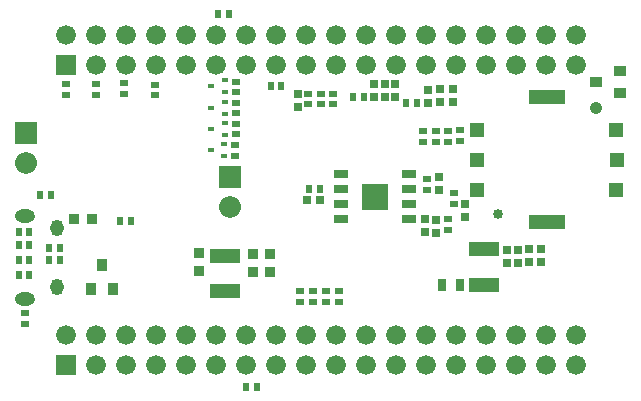
<source format=gbr>
G04 #@! TF.FileFunction,Soldermask,Bot*
%FSLAX46Y46*%
G04 Gerber Fmt 4.6, Leading zero omitted, Abs format (unit mm)*
G04 Created by KiCad (PCBNEW 4.0.6) date 10/14/17 16:46:59*
%MOMM*%
%LPD*%
G01*
G04 APERTURE LIST*
%ADD10C,0.100000*%
%ADD11R,0.652400X1.052400*%
%ADD12C,0.852400*%
%ADD13R,1.252400X1.152400*%
%ADD14R,3.152400X1.152400*%
%ADD15C,1.052400*%
%ADD16O,1.102400X1.402400*%
%ADD17O,1.702400X1.152400*%
%ADD18R,0.552400X0.752400*%
%ADD19R,0.592400X0.452400*%
%ADD20R,0.752400X0.552400*%
%ADD21R,0.652400X0.752400*%
%ADD22R,0.902400X0.952400*%
%ADD23C,1.676400*%
%ADD24R,1.676400X1.676400*%
%ADD25R,0.752400X0.652400*%
%ADD26R,2.652400X1.152400*%
%ADD27R,1.852400X1.852400*%
%ADD28O,1.852400X1.852400*%
%ADD29R,1.200000X1.200000*%
%ADD30R,1.300000X0.700000*%
%ADD31R,1.052400X0.952400*%
%ADD32R,0.952400X0.902400*%
%ADD33R,0.952400X1.052400*%
G04 APERTURE END LIST*
D10*
D11*
X158762000Y-112204500D03*
X160262000Y-112204500D03*
D12*
X163490000Y-106200000D03*
D13*
X173540000Y-104140000D03*
X173590000Y-101600000D03*
X173540000Y-99060000D03*
X161740000Y-99060000D03*
X161740000Y-101600000D03*
X161740000Y-104140000D03*
D14*
X167640000Y-106900000D03*
X167640000Y-96300000D03*
D15*
X171790000Y-97200000D03*
D16*
X126207500Y-107347500D03*
X126207500Y-112347500D03*
D17*
X123507500Y-106347500D03*
X123507500Y-113347500D03*
D18*
X126434000Y-110109000D03*
X125534000Y-110109000D03*
D19*
X140343500Y-101274500D03*
X140343500Y-100274500D03*
X139183500Y-100774500D03*
D20*
X141351000Y-98546500D03*
X141351000Y-99446500D03*
X148526500Y-96906500D03*
X148526500Y-96006500D03*
X149542500Y-96006500D03*
X149542500Y-96906500D03*
X147447000Y-96906500D03*
X147447000Y-96006500D03*
D21*
X146558000Y-95991500D03*
X146558000Y-97091500D03*
D18*
X144266500Y-95313500D03*
X145166500Y-95313500D03*
D22*
X138239500Y-110986000D03*
X138239500Y-109486000D03*
D23*
X170091100Y-116433600D03*
X170091100Y-118973600D03*
X167551100Y-116433600D03*
X167551100Y-118973600D03*
X165011100Y-116433600D03*
X165011100Y-118973600D03*
X162471100Y-116433600D03*
X162471100Y-118973600D03*
X159931100Y-116433600D03*
X159931100Y-118973600D03*
X157391100Y-116433600D03*
X157391100Y-118973600D03*
X154851100Y-116433600D03*
X154851100Y-118973600D03*
X152311100Y-116433600D03*
X152311100Y-118973600D03*
X149771100Y-116433600D03*
X149771100Y-118973600D03*
X147231100Y-116433600D03*
X147231100Y-118973600D03*
X144691100Y-116433600D03*
X144691100Y-118973600D03*
X142151100Y-116433600D03*
X142151100Y-118973600D03*
X139611100Y-116433600D03*
X139611100Y-118973600D03*
X137071100Y-116433600D03*
X137071100Y-118973600D03*
X134531100Y-116433600D03*
X134531100Y-118973600D03*
X131991100Y-116433600D03*
X131991100Y-118973600D03*
X129451100Y-116433600D03*
X129451100Y-118973600D03*
X126911100Y-116433600D03*
D24*
X126911100Y-118973600D03*
D23*
X170091100Y-91033600D03*
X170091100Y-93573600D03*
X167551100Y-91033600D03*
X167551100Y-93573600D03*
X165011100Y-91033600D03*
X165011100Y-93573600D03*
X162471100Y-91033600D03*
X162471100Y-93573600D03*
X159931100Y-91033600D03*
X159931100Y-93573600D03*
X157391100Y-91033600D03*
X157391100Y-93573600D03*
X154851100Y-91033600D03*
X154851100Y-93573600D03*
X152311100Y-91033600D03*
X152311100Y-93573600D03*
X149771100Y-91033600D03*
X149771100Y-93573600D03*
X147231100Y-91033600D03*
X147231100Y-93573600D03*
X144691100Y-91033600D03*
X144691100Y-93573600D03*
X142151100Y-91033600D03*
X142151100Y-93573600D03*
X139611100Y-91033600D03*
X139611100Y-93573600D03*
X137071100Y-91033600D03*
X137071100Y-93573600D03*
X134531100Y-91033600D03*
X134531100Y-93573600D03*
X131991100Y-91033600D03*
X131991100Y-93573600D03*
X129451100Y-91033600D03*
X129451100Y-93573600D03*
X126911100Y-91033600D03*
D24*
X126911100Y-93573600D03*
D21*
X153035000Y-96266000D03*
X153035000Y-95166000D03*
X153924000Y-96266000D03*
X153924000Y-95166000D03*
X154813000Y-96244500D03*
X154813000Y-95144500D03*
X158623000Y-96710500D03*
X158623000Y-95610500D03*
D22*
X144208500Y-109613000D03*
X144208500Y-111113000D03*
D21*
X157607000Y-96752500D03*
X157607000Y-95652500D03*
X159702500Y-96689000D03*
X159702500Y-95589000D03*
D22*
X142811500Y-109613000D03*
X142811500Y-111113000D03*
D21*
X158305500Y-107780000D03*
X158305500Y-106680000D03*
X157353000Y-107738000D03*
X157353000Y-106638000D03*
D25*
X147341500Y-105029000D03*
X148441500Y-105029000D03*
D21*
X158559500Y-103018500D03*
X158559500Y-104118500D03*
X160718500Y-106468000D03*
X160718500Y-105368000D03*
D26*
X162369500Y-112180500D03*
X162369500Y-109180500D03*
D21*
X167132000Y-110278000D03*
X167132000Y-109178000D03*
X164274500Y-110299500D03*
X164274500Y-109199500D03*
X165227000Y-110299500D03*
X165227000Y-109199500D03*
X166179500Y-110278000D03*
X166179500Y-109178000D03*
D18*
X123830500Y-107696000D03*
X122930500Y-107696000D03*
X123830500Y-110109000D03*
X122930500Y-110109000D03*
X123830500Y-108775500D03*
X122930500Y-108775500D03*
D20*
X159766000Y-105352000D03*
X159766000Y-104452000D03*
X157543500Y-104145500D03*
X157543500Y-103245500D03*
D18*
X148405000Y-104076500D03*
X147505000Y-104076500D03*
D20*
X159258000Y-106611000D03*
X159258000Y-107511000D03*
D27*
X123571000Y-99314000D03*
D28*
X123571000Y-101854000D03*
D18*
X131503000Y-106743500D03*
X132403000Y-106743500D03*
X152146000Y-96266000D03*
X151246000Y-96266000D03*
X124772000Y-104584500D03*
X125672000Y-104584500D03*
D20*
X123507500Y-115506500D03*
X123507500Y-114606500D03*
X141351000Y-96774000D03*
X141351000Y-97674000D03*
X141351000Y-94985000D03*
X141351000Y-95885000D03*
D18*
X156660000Y-96774000D03*
X155760000Y-96774000D03*
X122930500Y-111315500D03*
X123830500Y-111315500D03*
X126439500Y-109029500D03*
X125539500Y-109029500D03*
X143071000Y-120840500D03*
X142171000Y-120840500D03*
D20*
X160337500Y-99118000D03*
X160337500Y-100018000D03*
X158242000Y-99181500D03*
X158242000Y-100081500D03*
X157162500Y-99181500D03*
X157162500Y-100081500D03*
X159258000Y-99181500D03*
X159258000Y-100081500D03*
D18*
X140721500Y-89281000D03*
X139821500Y-89281000D03*
D20*
X147828000Y-113607000D03*
X147828000Y-112707000D03*
X150050500Y-113607000D03*
X150050500Y-112707000D03*
X148971000Y-113607000D03*
X148971000Y-112707000D03*
X146748500Y-113607000D03*
X146748500Y-112707000D03*
D29*
X152606500Y-105219500D03*
D30*
X150206500Y-106624500D03*
X150206500Y-105354500D03*
X150206500Y-104084500D03*
X150206500Y-102814500D03*
X156006500Y-102814500D03*
X156006500Y-104084500D03*
X156006500Y-105354500D03*
X156006500Y-106624500D03*
D29*
X153606500Y-105219500D03*
X152606500Y-104219500D03*
X153606500Y-104219500D03*
D31*
X173847000Y-94046000D03*
X173847000Y-95946000D03*
X171847000Y-94996000D03*
D32*
X129147000Y-106616500D03*
X127647000Y-106616500D03*
D26*
X140398500Y-109712500D03*
X140398500Y-112712500D03*
D33*
X130932000Y-112522000D03*
X129032000Y-112522000D03*
X129982000Y-110522000D03*
D19*
X140398500Y-97710500D03*
X140398500Y-96710500D03*
X139238500Y-97210500D03*
X140415500Y-95877000D03*
X140415500Y-94877000D03*
X139255500Y-95377000D03*
X140407000Y-99496500D03*
X140407000Y-98496500D03*
X139247000Y-98996500D03*
D20*
X131889500Y-95117500D03*
X131889500Y-96017500D03*
X134493000Y-95244500D03*
X134493000Y-96144500D03*
X141287500Y-100388000D03*
X141287500Y-101288000D03*
X129476500Y-95181000D03*
X129476500Y-96081000D03*
X126936500Y-95181000D03*
X126936500Y-96081000D03*
D27*
X140843000Y-103060500D03*
D28*
X140843000Y-105600500D03*
M02*

</source>
